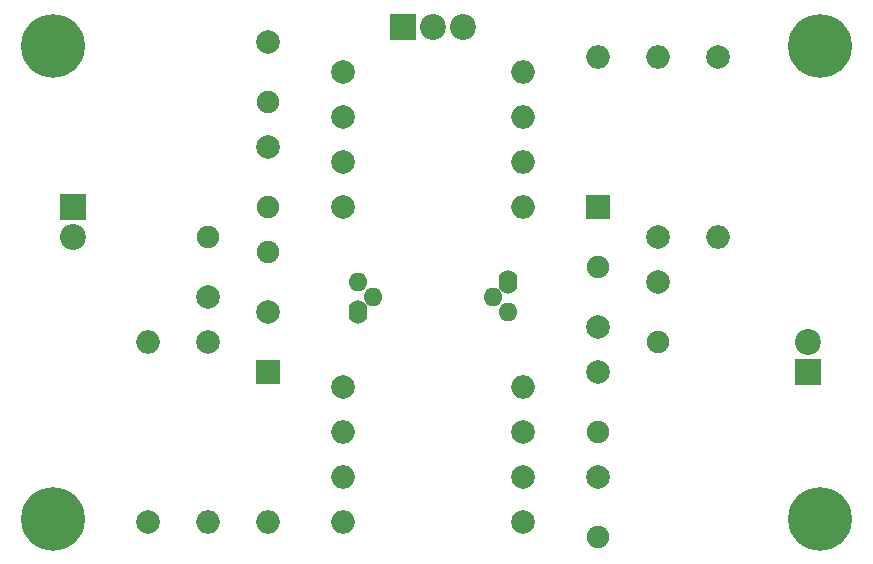
<source format=gbr>
G04 #@! TF.FileFunction,Soldermask,Bot*
%FSLAX46Y46*%
G04 Gerber Fmt 4.6, Leading zero omitted, Abs format (unit mm)*
G04 Created by KiCad (PCBNEW 4.0.7) date 06/13/18 13:11:16*
%MOMM*%
%LPD*%
G01*
G04 APERTURE LIST*
%ADD10C,0.100000*%
%ADD11C,2.000000*%
%ADD12C,1.900000*%
%ADD13R,2.000000X2.000000*%
%ADD14O,2.000000X2.000000*%
%ADD15R,2.200000X2.200000*%
%ADD16C,2.200000*%
%ADD17O,1.600000X2.000000*%
%ADD18O,1.600000X1.600000*%
%ADD19C,5.400000*%
G04 APERTURE END LIST*
D10*
D11*
X128270000Y-63500000D03*
D12*
X128270000Y-68580000D03*
D11*
X128270000Y-77470000D03*
D12*
X128270000Y-72390000D03*
D11*
X161290000Y-74930000D03*
D12*
X161290000Y-80010000D03*
D11*
X123190000Y-76200000D03*
D12*
X123190000Y-71120000D03*
D11*
X156210000Y-91440000D03*
D12*
X156210000Y-96520000D03*
D11*
X128270000Y-54610000D03*
D12*
X128270000Y-59690000D03*
D11*
X156210000Y-78740000D03*
D12*
X156210000Y-73660000D03*
D11*
X156210000Y-82550000D03*
D12*
X156210000Y-87630000D03*
D13*
X156210000Y-68580000D03*
D14*
X156210000Y-55880000D03*
D13*
X128270000Y-82550000D03*
D14*
X128270000Y-95250000D03*
D15*
X139700000Y-53340000D03*
D16*
X142240000Y-53340000D03*
X144780000Y-53340000D03*
D15*
X111760000Y-68580000D03*
D16*
X111760000Y-71120000D03*
D15*
X173990000Y-82550000D03*
D16*
X173990000Y-80010000D03*
D17*
X148590000Y-74930000D03*
D18*
X147320000Y-76200000D03*
X148590000Y-77470000D03*
D17*
X135890000Y-77470000D03*
D18*
X137160000Y-76200000D03*
X135890000Y-74930000D03*
D11*
X166370000Y-55880000D03*
D14*
X166370000Y-71120000D03*
D11*
X118110000Y-95250000D03*
D14*
X118110000Y-80010000D03*
D11*
X134620000Y-64770000D03*
D14*
X149860000Y-64770000D03*
D11*
X149860000Y-95250000D03*
D14*
X134620000Y-95250000D03*
D11*
X161290000Y-71120000D03*
D14*
X161290000Y-55880000D03*
D11*
X134620000Y-68580000D03*
D14*
X149860000Y-68580000D03*
D11*
X123190000Y-80010000D03*
D14*
X123190000Y-95250000D03*
D11*
X134620000Y-60960000D03*
D14*
X149860000Y-60960000D03*
D11*
X149860000Y-91440000D03*
D14*
X134620000Y-91440000D03*
D11*
X134620000Y-83820000D03*
D14*
X149860000Y-83820000D03*
D11*
X134620000Y-57150000D03*
D14*
X149860000Y-57150000D03*
D11*
X149860000Y-87630000D03*
D14*
X134620000Y-87630000D03*
D19*
X110000000Y-95000000D03*
X175000000Y-95000000D03*
X110000000Y-55000000D03*
X175000000Y-55000000D03*
M02*

</source>
